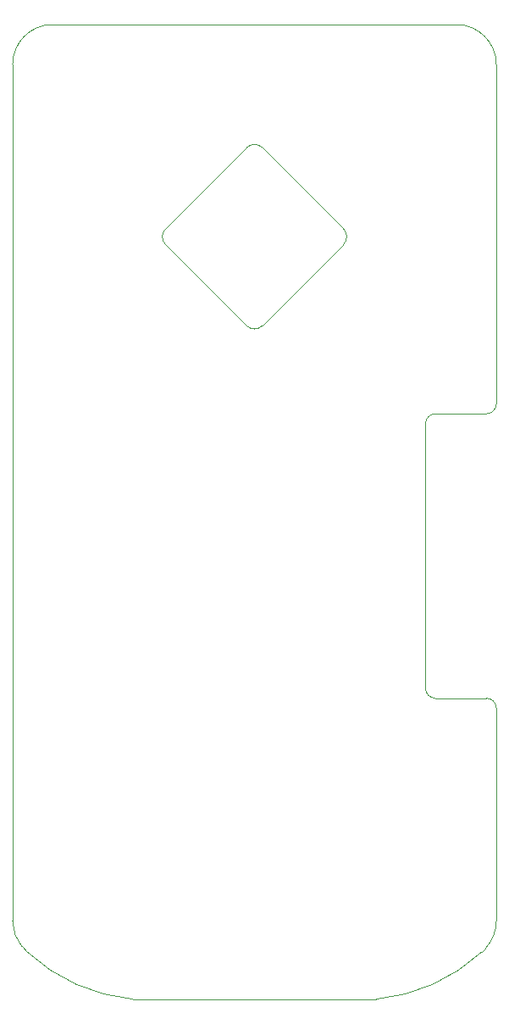
<source format=gbr>
%TF.GenerationSoftware,KiCad,Pcbnew,(6.0.6-0)*%
%TF.CreationDate,2022-07-27T22:33:04+02:00*%
%TF.ProjectId,GlowTowerPCB,476c6f77-546f-4776-9572-5043422e6b69,rev?*%
%TF.SameCoordinates,Original*%
%TF.FileFunction,Profile,NP*%
%FSLAX46Y46*%
G04 Gerber Fmt 4.6, Leading zero omitted, Abs format (unit mm)*
G04 Created by KiCad (PCBNEW (6.0.6-0)) date 2022-07-27 22:33:04*
%MOMM*%
%LPD*%
G01*
G04 APERTURE LIST*
%TA.AperFunction,Profile*%
%ADD10C,0.100000*%
%TD*%
G04 APERTURE END LIST*
D10*
X92091586Y-77519582D02*
G75*
G03*
X91091582Y-78519586I14J-1000018D01*
G01*
X53820217Y-38640717D02*
G75*
G03*
X49820217Y-42640706I-17J-3999983D01*
G01*
X98177299Y-42640701D02*
G75*
G03*
X94176966Y-38640701I-4000299J-299D01*
G01*
X91091582Y-78519586D02*
X91091474Y-104927058D01*
X65103658Y-59053080D02*
G75*
G03*
X65103076Y-60608339I777342J-777920D01*
G01*
X82894519Y-60608668D02*
X74776403Y-68726033D01*
X49820414Y-128167641D02*
X49820217Y-42640706D01*
X97177164Y-77519568D02*
G75*
G03*
X98177168Y-76519615I36J999968D01*
G01*
X97127815Y-130868435D02*
G75*
G03*
X98176957Y-128167650I-2950815J2700435D01*
G01*
X51280800Y-131271436D02*
G75*
G03*
X61817024Y-135980422I12194200J13142436D01*
G01*
X82894517Y-60608666D02*
G75*
G03*
X82893936Y-59052752I-778517J777666D01*
G01*
X73220778Y-68726021D02*
X65103076Y-60608339D01*
X98177307Y-42640701D02*
X98177168Y-76519615D01*
X91091538Y-104927058D02*
G75*
G03*
X92091470Y-105927062I999962J-42D01*
G01*
X65103659Y-59053081D02*
X73220787Y-50935204D01*
X98177017Y-106927087D02*
G75*
G03*
X97177048Y-105927083I-1000017J-13D01*
G01*
X86180144Y-135980276D02*
X61817024Y-135980422D01*
X49820412Y-128167641D02*
G75*
G03*
X50731718Y-130709500I3999588J-359D01*
G01*
X86180144Y-135980281D02*
G75*
G03*
X96703678Y-131282873I-1658144J17851281D01*
G01*
X97177164Y-77519611D02*
X92091586Y-77519590D01*
X53820217Y-38640711D02*
X94176966Y-38640701D01*
X97127814Y-130868434D02*
X96703678Y-131282873D01*
X74776400Y-50935216D02*
X82893936Y-59052752D01*
X73220781Y-68726018D02*
G75*
G03*
X74776403Y-68726033I777819J777818D01*
G01*
X51280803Y-131271433D02*
X50731718Y-130709500D01*
X92091470Y-105927062D02*
X97177048Y-105927083D01*
X74776412Y-50935204D02*
G75*
G03*
X73220787Y-50935204I-777812J-777896D01*
G01*
X98177044Y-106927087D02*
X98176957Y-128167650D01*
M02*

</source>
